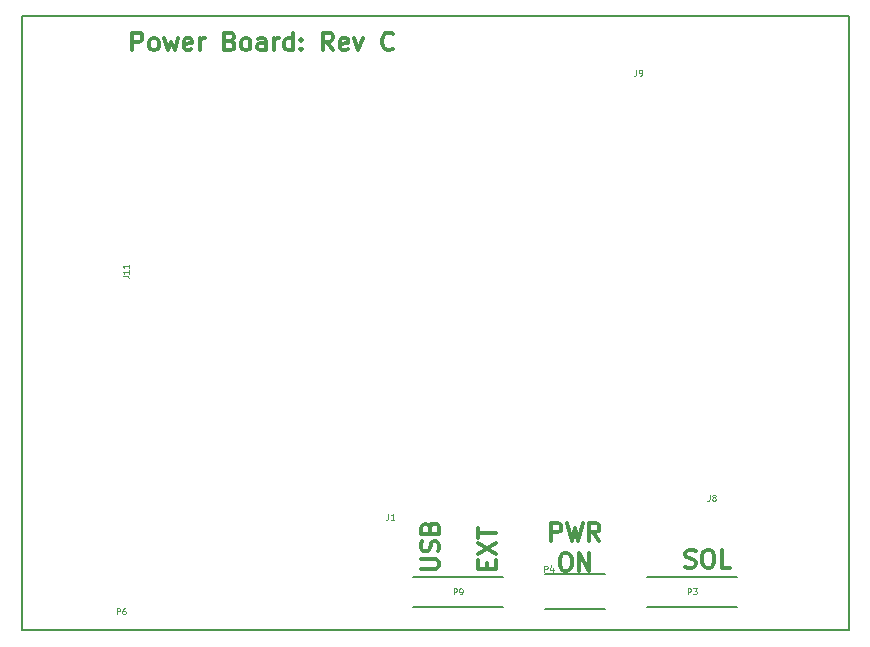
<source format=gto>
G04 #@! TF.GenerationSoftware,KiCad,Pcbnew,(5.1.5-0-10_14)*
G04 #@! TF.CreationDate,2020-05-24T14:41:35+12:00*
G04 #@! TF.ProjectId,power-board,706f7765-722d-4626-9f61-72642e6b6963,C*
G04 #@! TF.SameCoordinates,Original*
G04 #@! TF.FileFunction,Legend,Top*
G04 #@! TF.FilePolarity,Positive*
%FSLAX46Y46*%
G04 Gerber Fmt 4.6, Leading zero omitted, Abs format (unit mm)*
G04 Created by KiCad (PCBNEW (5.1.5-0-10_14)) date 2020-05-24 14:41:35*
%MOMM*%
%LPD*%
G04 APERTURE LIST*
%ADD10C,0.200000*%
%ADD11C,0.300000*%
%ADD12C,0.100000*%
G04 APERTURE END LIST*
D10*
X111800000Y-94400000D02*
X111800000Y-42400000D01*
X41800000Y-42400000D02*
X41800000Y-94400000D01*
X111800000Y-42400000D02*
X41800000Y-42400000D01*
D11*
X86622000Y-86803571D02*
X86622000Y-85303571D01*
X87193428Y-85303571D01*
X87336285Y-85375000D01*
X87407714Y-85446428D01*
X87479142Y-85589285D01*
X87479142Y-85803571D01*
X87407714Y-85946428D01*
X87336285Y-86017857D01*
X87193428Y-86089285D01*
X86622000Y-86089285D01*
X87979142Y-85303571D02*
X88336285Y-86803571D01*
X88622000Y-85732142D01*
X88907714Y-86803571D01*
X89264857Y-85303571D01*
X90693428Y-86803571D02*
X90193428Y-86089285D01*
X89836285Y-86803571D02*
X89836285Y-85303571D01*
X90407714Y-85303571D01*
X90550571Y-85375000D01*
X90622000Y-85446428D01*
X90693428Y-85589285D01*
X90693428Y-85803571D01*
X90622000Y-85946428D01*
X90550571Y-86017857D01*
X90407714Y-86089285D01*
X89836285Y-86089285D01*
X87693428Y-87853571D02*
X87979142Y-87853571D01*
X88122000Y-87925000D01*
X88264857Y-88067857D01*
X88336285Y-88353571D01*
X88336285Y-88853571D01*
X88264857Y-89139285D01*
X88122000Y-89282142D01*
X87979142Y-89353571D01*
X87693428Y-89353571D01*
X87550571Y-89282142D01*
X87407714Y-89139285D01*
X87336285Y-88853571D01*
X87336285Y-88353571D01*
X87407714Y-88067857D01*
X87550571Y-87925000D01*
X87693428Y-87853571D01*
X88979142Y-89353571D02*
X88979142Y-87853571D01*
X89836285Y-89353571D01*
X89836285Y-87853571D01*
X97978571Y-89007142D02*
X98192857Y-89078571D01*
X98550000Y-89078571D01*
X98692857Y-89007142D01*
X98764285Y-88935714D01*
X98835714Y-88792857D01*
X98835714Y-88650000D01*
X98764285Y-88507142D01*
X98692857Y-88435714D01*
X98550000Y-88364285D01*
X98264285Y-88292857D01*
X98121428Y-88221428D01*
X98050000Y-88150000D01*
X97978571Y-88007142D01*
X97978571Y-87864285D01*
X98050000Y-87721428D01*
X98121428Y-87650000D01*
X98264285Y-87578571D01*
X98621428Y-87578571D01*
X98835714Y-87650000D01*
X99764285Y-87578571D02*
X100050000Y-87578571D01*
X100192857Y-87650000D01*
X100335714Y-87792857D01*
X100407142Y-88078571D01*
X100407142Y-88578571D01*
X100335714Y-88864285D01*
X100192857Y-89007142D01*
X100050000Y-89078571D01*
X99764285Y-89078571D01*
X99621428Y-89007142D01*
X99478571Y-88864285D01*
X99407142Y-88578571D01*
X99407142Y-88078571D01*
X99478571Y-87792857D01*
X99621428Y-87650000D01*
X99764285Y-87578571D01*
X101764285Y-89078571D02*
X101050000Y-89078571D01*
X101050000Y-87578571D01*
X81148857Y-89177142D02*
X81148857Y-88677142D01*
X81934571Y-88462857D02*
X81934571Y-89177142D01*
X80434571Y-89177142D01*
X80434571Y-88462857D01*
X80434571Y-87962857D02*
X81934571Y-86962857D01*
X80434571Y-86962857D02*
X81934571Y-87962857D01*
X80434571Y-86605714D02*
X80434571Y-85748571D01*
X81934571Y-86177142D02*
X80434571Y-86177142D01*
X75608571Y-89208857D02*
X76822857Y-89208857D01*
X76965714Y-89137428D01*
X77037142Y-89066000D01*
X77108571Y-88923142D01*
X77108571Y-88637428D01*
X77037142Y-88494571D01*
X76965714Y-88423142D01*
X76822857Y-88351714D01*
X75608571Y-88351714D01*
X77037142Y-87708857D02*
X77108571Y-87494571D01*
X77108571Y-87137428D01*
X77037142Y-86994571D01*
X76965714Y-86923142D01*
X76822857Y-86851714D01*
X76680000Y-86851714D01*
X76537142Y-86923142D01*
X76465714Y-86994571D01*
X76394285Y-87137428D01*
X76322857Y-87423142D01*
X76251428Y-87566000D01*
X76180000Y-87637428D01*
X76037142Y-87708857D01*
X75894285Y-87708857D01*
X75751428Y-87637428D01*
X75680000Y-87566000D01*
X75608571Y-87423142D01*
X75608571Y-87066000D01*
X75680000Y-86851714D01*
X76322857Y-85708857D02*
X76394285Y-85494571D01*
X76465714Y-85423142D01*
X76608571Y-85351714D01*
X76822857Y-85351714D01*
X76965714Y-85423142D01*
X77037142Y-85494571D01*
X77108571Y-85637428D01*
X77108571Y-86208857D01*
X75608571Y-86208857D01*
X75608571Y-85708857D01*
X75680000Y-85566000D01*
X75751428Y-85494571D01*
X75894285Y-85423142D01*
X76037142Y-85423142D01*
X76180000Y-85494571D01*
X76251428Y-85566000D01*
X76322857Y-85708857D01*
X76322857Y-86208857D01*
X51152142Y-45278571D02*
X51152142Y-43778571D01*
X51723571Y-43778571D01*
X51866428Y-43850000D01*
X51937857Y-43921428D01*
X52009285Y-44064285D01*
X52009285Y-44278571D01*
X51937857Y-44421428D01*
X51866428Y-44492857D01*
X51723571Y-44564285D01*
X51152142Y-44564285D01*
X52866428Y-45278571D02*
X52723571Y-45207142D01*
X52652142Y-45135714D01*
X52580714Y-44992857D01*
X52580714Y-44564285D01*
X52652142Y-44421428D01*
X52723571Y-44350000D01*
X52866428Y-44278571D01*
X53080714Y-44278571D01*
X53223571Y-44350000D01*
X53295000Y-44421428D01*
X53366428Y-44564285D01*
X53366428Y-44992857D01*
X53295000Y-45135714D01*
X53223571Y-45207142D01*
X53080714Y-45278571D01*
X52866428Y-45278571D01*
X53866428Y-44278571D02*
X54152142Y-45278571D01*
X54437857Y-44564285D01*
X54723571Y-45278571D01*
X55009285Y-44278571D01*
X56152142Y-45207142D02*
X56009285Y-45278571D01*
X55723571Y-45278571D01*
X55580714Y-45207142D01*
X55509285Y-45064285D01*
X55509285Y-44492857D01*
X55580714Y-44350000D01*
X55723571Y-44278571D01*
X56009285Y-44278571D01*
X56152142Y-44350000D01*
X56223571Y-44492857D01*
X56223571Y-44635714D01*
X55509285Y-44778571D01*
X56866428Y-45278571D02*
X56866428Y-44278571D01*
X56866428Y-44564285D02*
X56937857Y-44421428D01*
X57009285Y-44350000D01*
X57152142Y-44278571D01*
X57295000Y-44278571D01*
X59437857Y-44492857D02*
X59652142Y-44564285D01*
X59723571Y-44635714D01*
X59795000Y-44778571D01*
X59795000Y-44992857D01*
X59723571Y-45135714D01*
X59652142Y-45207142D01*
X59509285Y-45278571D01*
X58937857Y-45278571D01*
X58937857Y-43778571D01*
X59437857Y-43778571D01*
X59580714Y-43850000D01*
X59652142Y-43921428D01*
X59723571Y-44064285D01*
X59723571Y-44207142D01*
X59652142Y-44350000D01*
X59580714Y-44421428D01*
X59437857Y-44492857D01*
X58937857Y-44492857D01*
X60652142Y-45278571D02*
X60509285Y-45207142D01*
X60437857Y-45135714D01*
X60366428Y-44992857D01*
X60366428Y-44564285D01*
X60437857Y-44421428D01*
X60509285Y-44350000D01*
X60652142Y-44278571D01*
X60866428Y-44278571D01*
X61009285Y-44350000D01*
X61080714Y-44421428D01*
X61152142Y-44564285D01*
X61152142Y-44992857D01*
X61080714Y-45135714D01*
X61009285Y-45207142D01*
X60866428Y-45278571D01*
X60652142Y-45278571D01*
X62437857Y-45278571D02*
X62437857Y-44492857D01*
X62366428Y-44350000D01*
X62223571Y-44278571D01*
X61937857Y-44278571D01*
X61795000Y-44350000D01*
X62437857Y-45207142D02*
X62295000Y-45278571D01*
X61937857Y-45278571D01*
X61795000Y-45207142D01*
X61723571Y-45064285D01*
X61723571Y-44921428D01*
X61795000Y-44778571D01*
X61937857Y-44707142D01*
X62295000Y-44707142D01*
X62437857Y-44635714D01*
X63152142Y-45278571D02*
X63152142Y-44278571D01*
X63152142Y-44564285D02*
X63223571Y-44421428D01*
X63295000Y-44350000D01*
X63437857Y-44278571D01*
X63580714Y-44278571D01*
X64723571Y-45278571D02*
X64723571Y-43778571D01*
X64723571Y-45207142D02*
X64580714Y-45278571D01*
X64295000Y-45278571D01*
X64152142Y-45207142D01*
X64080714Y-45135714D01*
X64009285Y-44992857D01*
X64009285Y-44564285D01*
X64080714Y-44421428D01*
X64152142Y-44350000D01*
X64295000Y-44278571D01*
X64580714Y-44278571D01*
X64723571Y-44350000D01*
X65437857Y-45135714D02*
X65509285Y-45207142D01*
X65437857Y-45278571D01*
X65366428Y-45207142D01*
X65437857Y-45135714D01*
X65437857Y-45278571D01*
X65437857Y-44350000D02*
X65509285Y-44421428D01*
X65437857Y-44492857D01*
X65366428Y-44421428D01*
X65437857Y-44350000D01*
X65437857Y-44492857D01*
X68152142Y-45278571D02*
X67652142Y-44564285D01*
X67295000Y-45278571D02*
X67295000Y-43778571D01*
X67866428Y-43778571D01*
X68009285Y-43850000D01*
X68080714Y-43921428D01*
X68152142Y-44064285D01*
X68152142Y-44278571D01*
X68080714Y-44421428D01*
X68009285Y-44492857D01*
X67866428Y-44564285D01*
X67295000Y-44564285D01*
X69366428Y-45207142D02*
X69223571Y-45278571D01*
X68937857Y-45278571D01*
X68795000Y-45207142D01*
X68723571Y-45064285D01*
X68723571Y-44492857D01*
X68795000Y-44350000D01*
X68937857Y-44278571D01*
X69223571Y-44278571D01*
X69366428Y-44350000D01*
X69437857Y-44492857D01*
X69437857Y-44635714D01*
X68723571Y-44778571D01*
X69937857Y-44278571D02*
X70295000Y-45278571D01*
X70652142Y-44278571D01*
X73223571Y-45135714D02*
X73152142Y-45207142D01*
X72937857Y-45278571D01*
X72795000Y-45278571D01*
X72580714Y-45207142D01*
X72437857Y-45064285D01*
X72366428Y-44921428D01*
X72295000Y-44635714D01*
X72295000Y-44421428D01*
X72366428Y-44135714D01*
X72437857Y-43992857D01*
X72580714Y-43850000D01*
X72795000Y-43778571D01*
X72937857Y-43778571D01*
X73152142Y-43850000D01*
X73223571Y-43921428D01*
D10*
X41800000Y-94400000D02*
X111800000Y-94400000D01*
X82526000Y-92396000D02*
X74906000Y-92396000D01*
X74906000Y-89856000D02*
X82526000Y-89856000D01*
X102338000Y-92396000D02*
X94718000Y-92396000D01*
X94718000Y-89856000D02*
X102338000Y-89856000D01*
X91162000Y-89656000D02*
X86082000Y-89656000D01*
X91162000Y-92596000D02*
X86082000Y-92596000D01*
D12*
X50326190Y-64404761D02*
X50683333Y-64404761D01*
X50754761Y-64428571D01*
X50802380Y-64476190D01*
X50826190Y-64547619D01*
X50826190Y-64595238D01*
X50826190Y-63904761D02*
X50826190Y-64190476D01*
X50826190Y-64047619D02*
X50326190Y-64047619D01*
X50397619Y-64095238D01*
X50445238Y-64142857D01*
X50469047Y-64190476D01*
X50826190Y-63428571D02*
X50826190Y-63714285D01*
X50826190Y-63571428D02*
X50326190Y-63571428D01*
X50397619Y-63619047D01*
X50445238Y-63666666D01*
X50469047Y-63714285D01*
X72833333Y-84526190D02*
X72833333Y-84883333D01*
X72809523Y-84954761D01*
X72761904Y-85002380D01*
X72690476Y-85026190D01*
X72642857Y-85026190D01*
X73333333Y-85026190D02*
X73047619Y-85026190D01*
X73190476Y-85026190D02*
X73190476Y-84526190D01*
X73142857Y-84597619D01*
X73095238Y-84645238D01*
X73047619Y-84669047D01*
X93833333Y-46926190D02*
X93833333Y-47283333D01*
X93809523Y-47354761D01*
X93761904Y-47402380D01*
X93690476Y-47426190D01*
X93642857Y-47426190D01*
X94095238Y-47426190D02*
X94190476Y-47426190D01*
X94238095Y-47402380D01*
X94261904Y-47378571D01*
X94309523Y-47307142D01*
X94333333Y-47211904D01*
X94333333Y-47021428D01*
X94309523Y-46973809D01*
X94285714Y-46950000D01*
X94238095Y-46926190D01*
X94142857Y-46926190D01*
X94095238Y-46950000D01*
X94071428Y-46973809D01*
X94047619Y-47021428D01*
X94047619Y-47140476D01*
X94071428Y-47188095D01*
X94095238Y-47211904D01*
X94142857Y-47235714D01*
X94238095Y-47235714D01*
X94285714Y-47211904D01*
X94309523Y-47188095D01*
X94333333Y-47140476D01*
X100033333Y-82926190D02*
X100033333Y-83283333D01*
X100009523Y-83354761D01*
X99961904Y-83402380D01*
X99890476Y-83426190D01*
X99842857Y-83426190D01*
X100342857Y-83140476D02*
X100295238Y-83116666D01*
X100271428Y-83092857D01*
X100247619Y-83045238D01*
X100247619Y-83021428D01*
X100271428Y-82973809D01*
X100295238Y-82950000D01*
X100342857Y-82926190D01*
X100438095Y-82926190D01*
X100485714Y-82950000D01*
X100509523Y-82973809D01*
X100533333Y-83021428D01*
X100533333Y-83045238D01*
X100509523Y-83092857D01*
X100485714Y-83116666D01*
X100438095Y-83140476D01*
X100342857Y-83140476D01*
X100295238Y-83164285D01*
X100271428Y-83188095D01*
X100247619Y-83235714D01*
X100247619Y-83330952D01*
X100271428Y-83378571D01*
X100295238Y-83402380D01*
X100342857Y-83426190D01*
X100438095Y-83426190D01*
X100485714Y-83402380D01*
X100509523Y-83378571D01*
X100533333Y-83330952D01*
X100533333Y-83235714D01*
X100509523Y-83188095D01*
X100485714Y-83164285D01*
X100438095Y-83140476D01*
X78346952Y-91352190D02*
X78346952Y-90852190D01*
X78537428Y-90852190D01*
X78585047Y-90876000D01*
X78608857Y-90899809D01*
X78632666Y-90947428D01*
X78632666Y-91018857D01*
X78608857Y-91066476D01*
X78585047Y-91090285D01*
X78537428Y-91114095D01*
X78346952Y-91114095D01*
X78870761Y-91352190D02*
X78966000Y-91352190D01*
X79013619Y-91328380D01*
X79037428Y-91304571D01*
X79085047Y-91233142D01*
X79108857Y-91137904D01*
X79108857Y-90947428D01*
X79085047Y-90899809D01*
X79061238Y-90876000D01*
X79013619Y-90852190D01*
X78918380Y-90852190D01*
X78870761Y-90876000D01*
X78846952Y-90899809D01*
X78823142Y-90947428D01*
X78823142Y-91066476D01*
X78846952Y-91114095D01*
X78870761Y-91137904D01*
X78918380Y-91161714D01*
X79013619Y-91161714D01*
X79061238Y-91137904D01*
X79085047Y-91114095D01*
X79108857Y-91066476D01*
X98158952Y-91352190D02*
X98158952Y-90852190D01*
X98349428Y-90852190D01*
X98397047Y-90876000D01*
X98420857Y-90899809D01*
X98444666Y-90947428D01*
X98444666Y-91018857D01*
X98420857Y-91066476D01*
X98397047Y-91090285D01*
X98349428Y-91114095D01*
X98158952Y-91114095D01*
X98611333Y-90852190D02*
X98920857Y-90852190D01*
X98754190Y-91042666D01*
X98825619Y-91042666D01*
X98873238Y-91066476D01*
X98897047Y-91090285D01*
X98920857Y-91137904D01*
X98920857Y-91256952D01*
X98897047Y-91304571D01*
X98873238Y-91328380D01*
X98825619Y-91352190D01*
X98682761Y-91352190D01*
X98635142Y-91328380D01*
X98611333Y-91304571D01*
X49830952Y-93026190D02*
X49830952Y-92526190D01*
X50021428Y-92526190D01*
X50069047Y-92550000D01*
X50092857Y-92573809D01*
X50116666Y-92621428D01*
X50116666Y-92692857D01*
X50092857Y-92740476D01*
X50069047Y-92764285D01*
X50021428Y-92788095D01*
X49830952Y-92788095D01*
X50545238Y-92526190D02*
X50450000Y-92526190D01*
X50402380Y-92550000D01*
X50378571Y-92573809D01*
X50330952Y-92645238D01*
X50307142Y-92740476D01*
X50307142Y-92930952D01*
X50330952Y-92978571D01*
X50354761Y-93002380D01*
X50402380Y-93026190D01*
X50497619Y-93026190D01*
X50545238Y-93002380D01*
X50569047Y-92978571D01*
X50592857Y-92930952D01*
X50592857Y-92811904D01*
X50569047Y-92764285D01*
X50545238Y-92740476D01*
X50497619Y-92716666D01*
X50402380Y-92716666D01*
X50354761Y-92740476D01*
X50330952Y-92764285D01*
X50307142Y-92811904D01*
X86030952Y-89426190D02*
X86030952Y-88926190D01*
X86221428Y-88926190D01*
X86269047Y-88950000D01*
X86292857Y-88973809D01*
X86316666Y-89021428D01*
X86316666Y-89092857D01*
X86292857Y-89140476D01*
X86269047Y-89164285D01*
X86221428Y-89188095D01*
X86030952Y-89188095D01*
X86745238Y-89092857D02*
X86745238Y-89426190D01*
X86626190Y-88902380D02*
X86507142Y-89259523D01*
X86816666Y-89259523D01*
M02*

</source>
